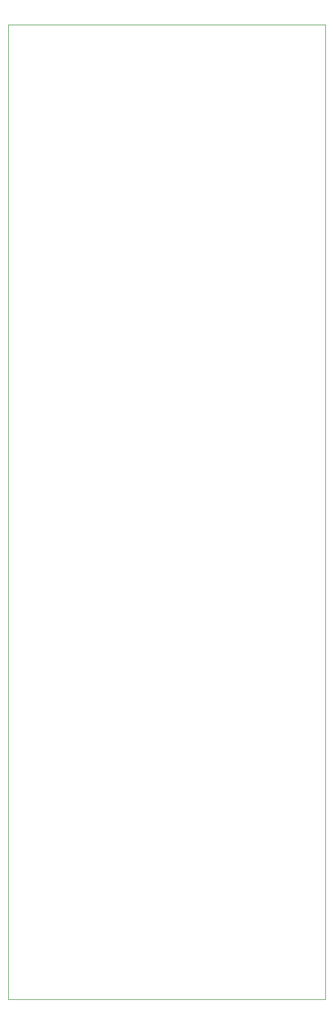
<source format=gbr>
%TF.GenerationSoftware,KiCad,Pcbnew,(5.1.12-1-10_14)*%
%TF.CreationDate,2021-12-12T18:07:50+01:00*%
%TF.ProjectId,sub_destroyer,7375625f-6465-4737-9472-6f7965722e6b,rev?*%
%TF.SameCoordinates,Original*%
%TF.FileFunction,Profile,NP*%
%FSLAX46Y46*%
G04 Gerber Fmt 4.6, Leading zero omitted, Abs format (unit mm)*
G04 Created by KiCad (PCBNEW (5.1.12-1-10_14)) date 2021-12-12 18:07:50*
%MOMM*%
%LPD*%
G01*
G04 APERTURE LIST*
%TA.AperFunction,Profile*%
%ADD10C,0.050000*%
%TD*%
G04 APERTURE END LIST*
D10*
X155500000Y-171500000D02*
X155500000Y-21000000D01*
X204500000Y-171500000D02*
X155500000Y-171500000D01*
X204500000Y-21000000D02*
X204500000Y-171500000D01*
X155500000Y-21000000D02*
X204500000Y-21000000D01*
M02*

</source>
